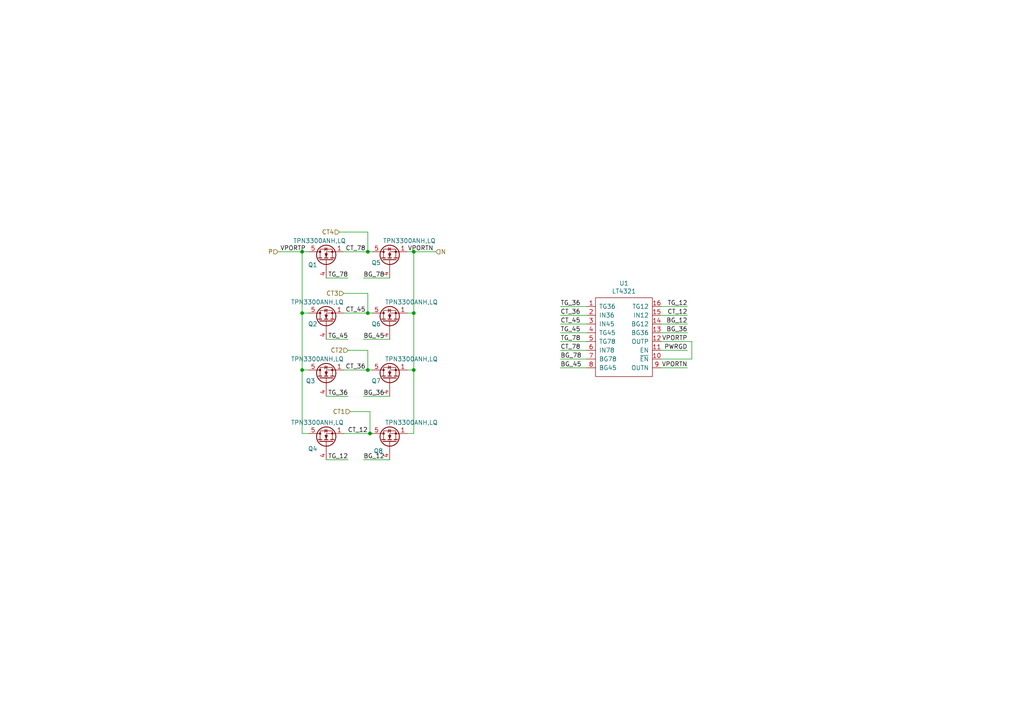
<source format=kicad_sch>
(kicad_sch (version 20211123) (generator eeschema)

  (uuid e9bb29b2-2bb9-4ea2-acd9-2bb3ca677a12)

  (paper "A4")

  (lib_symbols
    (symbol "Transistor_FET:PSMN5R2-60YL" (pin_names hide) (in_bom yes) (on_board yes)
      (property "Reference" "Q" (id 0) (at 6.35 2.54 0)
        (effects (font (size 1.27 1.27)))
      )
      (property "Value" "PSMN5R2-60YL" (id 1) (at 12.7 0 0)
        (effects (font (size 1.27 1.27)))
      )
      (property "Footprint" "Package_TO_SOT_SMD:LFPAK56" (id 2) (at 3.81 0 0)
        (effects (font (size 1.27 1.27)) hide)
      )
      (property "Datasheet" "https://assets.nexperia.com/documents/data-sheet/PSMN5R2-60YL.pdf" (id 3) (at 0 0 0)
        (effects (font (size 1.27 1.27)) hide)
      )
      (property "ki_keywords" "N-Channel MOSFET" (id 4) (at 0 0 0)
        (effects (font (size 1.27 1.27)) hide)
      )
      (property "ki_description" "100A, 60V Vds, N-Channel MOSFET, 5.2mOhm Ron, LFPAK56" (id 5) (at 0 0 0)
        (effects (font (size 1.27 1.27)) hide)
      )
      (property "ki_fp_filters" "LFPAK56*" (id 6) (at 0 0 0)
        (effects (font (size 1.27 1.27)) hide)
      )
      (symbol "PSMN5R2-60YL_0_1"
        (polyline
          (pts
            (xy 0.254 0)
            (xy -2.54 0)
          )
          (stroke (width 0) (type default) (color 0 0 0 0))
          (fill (type none))
        )
        (polyline
          (pts
            (xy 0.254 1.905)
            (xy 0.254 -1.905)
          )
          (stroke (width 0.254) (type default) (color 0 0 0 0))
          (fill (type none))
        )
        (polyline
          (pts
            (xy 0.762 -1.27)
            (xy 0.762 -2.286)
          )
          (stroke (width 0.254) (type default) (color 0 0 0 0))
          (fill (type none))
        )
        (polyline
          (pts
            (xy 0.762 0.508)
            (xy 0.762 -0.508)
          )
          (stroke (width 0.254) (type default) (color 0 0 0 0))
          (fill (type none))
        )
        (polyline
          (pts
            (xy 0.762 2.286)
            (xy 0.762 1.27)
          )
          (stroke (width 0.254) (type default) (color 0 0 0 0))
          (fill (type none))
        )
        (polyline
          (pts
            (xy 2.54 2.54)
            (xy 2.54 1.778)
          )
          (stroke (width 0) (type default) (color 0 0 0 0))
          (fill (type none))
        )
        (polyline
          (pts
            (xy 2.54 -2.54)
            (xy 2.54 0)
            (xy 0.762 0)
          )
          (stroke (width 0) (type default) (color 0 0 0 0))
          (fill (type none))
        )
        (polyline
          (pts
            (xy 0.762 -1.778)
            (xy 3.302 -1.778)
            (xy 3.302 1.778)
            (xy 0.762 1.778)
          )
          (stroke (width 0) (type default) (color 0 0 0 0))
          (fill (type none))
        )
        (polyline
          (pts
            (xy 1.016 0)
            (xy 2.032 0.381)
            (xy 2.032 -0.381)
            (xy 1.016 0)
          )
          (stroke (width 0) (type default) (color 0 0 0 0))
          (fill (type outline))
        )
        (polyline
          (pts
            (xy 2.794 0.508)
            (xy 2.921 0.381)
            (xy 3.683 0.381)
            (xy 3.81 0.254)
          )
          (stroke (width 0) (type default) (color 0 0 0 0))
          (fill (type none))
        )
        (polyline
          (pts
            (xy 3.302 0.381)
            (xy 2.921 -0.254)
            (xy 3.683 -0.254)
            (xy 3.302 0.381)
          )
          (stroke (width 0) (type default) (color 0 0 0 0))
          (fill (type none))
        )
        (circle (center 1.651 0) (radius 2.794)
          (stroke (width 0.254) (type default) (color 0 0 0 0))
          (fill (type none))
        )
        (circle (center 2.54 -1.778) (radius 0.254)
          (stroke (width 0) (type default) (color 0 0 0 0))
          (fill (type outline))
        )
        (circle (center 2.54 1.778) (radius 0.254)
          (stroke (width 0) (type default) (color 0 0 0 0))
          (fill (type outline))
        )
      )
      (symbol "PSMN5R2-60YL_1_1"
        (pin passive line (at 2.54 -5.08 90) (length 2.54)
          (name "S" (effects (font (size 1.27 1.27))))
          (number "1" (effects (font (size 1.27 1.27))))
        )
        (pin passive line (at 2.54 -5.08 90) (length 2.54) hide
          (name "S" (effects (font (size 1.27 1.27))))
          (number "2" (effects (font (size 1.27 1.27))))
        )
        (pin passive line (at 2.54 -5.08 90) (length 2.54) hide
          (name "S" (effects (font (size 1.27 1.27))))
          (number "3" (effects (font (size 1.27 1.27))))
        )
        (pin passive line (at -5.08 0 0) (length 2.54)
          (name "G" (effects (font (size 1.27 1.27))))
          (number "4" (effects (font (size 1.27 1.27))))
        )
        (pin passive line (at 2.54 5.08 270) (length 2.54)
          (name "D" (effects (font (size 1.27 1.27))))
          (number "5" (effects (font (size 1.27 1.27))))
        )
      )
    )
    (symbol "board-rescue:LT4321-Auto-Intern" (pin_names (offset 1.016)) (in_bom yes) (on_board yes)
      (property "Reference" "U" (id 0) (at -1.27 -12.7 0)
        (effects (font (size 1.27 1.27)))
      )
      (property "Value" "board-rescue_LT4321-Auto-Intern" (id 1) (at -1.27 -12.7 0)
        (effects (font (size 1.27 1.27)))
      )
      (property "Footprint" "digikey-footprints:WQFN-16-1EP_4x4mm" (id 2) (at -1.27 -12.7 0)
        (effects (font (size 1.27 1.27)) hide)
      )
      (property "Datasheet" "" (id 3) (at -1.27 -12.7 0)
        (effects (font (size 1.27 1.27)) hide)
      )
      (symbol "LT4321-Auto-Intern_0_1"
        (rectangle (start -8.89 11.43) (end 7.62 -11.43)
          (stroke (width 0) (type default) (color 0 0 0 0))
          (fill (type none))
        )
      )
      (symbol "LT4321-Auto-Intern_1_1"
        (pin output line (at -11.43 8.89 0) (length 2.54)
          (name "TG36" (effects (font (size 1.27 1.27))))
          (number "1" (effects (font (size 1.27 1.27))))
        )
        (pin input line (at 10.16 -6.35 180) (length 2.54)
          (name "~{EN}" (effects (font (size 1.27 1.27))))
          (number "10" (effects (font (size 1.27 1.27))))
        )
        (pin input line (at 10.16 -3.81 180) (length 2.54)
          (name "EN" (effects (font (size 1.27 1.27))))
          (number "11" (effects (font (size 1.27 1.27))))
        )
        (pin unspecified line (at 10.16 -1.27 180) (length 2.54)
          (name "OUTP" (effects (font (size 1.27 1.27))))
          (number "12" (effects (font (size 1.27 1.27))))
        )
        (pin output line (at 10.16 1.27 180) (length 2.54)
          (name "BG36" (effects (font (size 1.27 1.27))))
          (number "13" (effects (font (size 1.27 1.27))))
        )
        (pin output line (at 10.16 3.81 180) (length 2.54)
          (name "BG12" (effects (font (size 1.27 1.27))))
          (number "14" (effects (font (size 1.27 1.27))))
        )
        (pin input line (at 10.16 6.35 180) (length 2.54)
          (name "IN12" (effects (font (size 1.27 1.27))))
          (number "15" (effects (font (size 1.27 1.27))))
        )
        (pin output line (at 10.16 8.89 180) (length 2.54)
          (name "TG12" (effects (font (size 1.27 1.27))))
          (number "16" (effects (font (size 1.27 1.27))))
        )
        (pin unspecified line (at 10.16 -8.89 180) (length 2.54) hide
          (name "EP" (effects (font (size 1.27 1.27))))
          (number "17" (effects (font (size 1.27 1.27))))
        )
        (pin input line (at -11.43 6.35 0) (length 2.54)
          (name "IN36" (effects (font (size 1.27 1.27))))
          (number "2" (effects (font (size 1.27 1.27))))
        )
        (pin input line (at -11.43 3.81 0) (length 2.54)
          (name "IN45" (effects (font (size 1.27 1.27))))
          (number "3" (effects (font (size 1.27 1.27))))
        )
        (pin output line (at -11.43 1.27 0) (length 2.54)
          (name "TG45" (effects (font (size 1.27 1.27))))
          (number "4" (effects (font (size 1.27 1.27))))
        )
        (pin output line (at -11.43 -1.27 0) (length 2.54)
          (name "TG78" (effects (font (size 1.27 1.27))))
          (number "5" (effects (font (size 1.27 1.27))))
        )
        (pin input line (at -11.43 -3.81 0) (length 2.54)
          (name "IN78" (effects (font (size 1.27 1.27))))
          (number "6" (effects (font (size 1.27 1.27))))
        )
        (pin output line (at -11.43 -6.35 0) (length 2.54)
          (name "BG78" (effects (font (size 1.27 1.27))))
          (number "7" (effects (font (size 1.27 1.27))))
        )
        (pin output line (at -11.43 -8.89 0) (length 2.54)
          (name "BG45" (effects (font (size 1.27 1.27))))
          (number "8" (effects (font (size 1.27 1.27))))
        )
        (pin unspecified line (at 10.16 -8.89 180) (length 2.54)
          (name "OUTN" (effects (font (size 1.27 1.27))))
          (number "9" (effects (font (size 1.27 1.27))))
        )
      )
    )
  )

  (junction (at 87.63 107.315) (diameter 0) (color 0 0 0 0)
    (uuid 0f22151c-f260-4674-b486-4710a2c42a55)
  )
  (junction (at 106.68 73.025) (diameter 0) (color 0 0 0 0)
    (uuid 1f3003e6-dce5-420f-906b-3f1e92b67249)
  )
  (junction (at 87.63 73.025) (diameter 0) (color 0 0 0 0)
    (uuid 2d210a96-f81f-42a9-8bf4-1b43c11086f3)
  )
  (junction (at 120.015 90.805) (diameter 0) (color 0 0 0 0)
    (uuid 4c8eb964-bdf4-44de-90e9-e2ab82dd5313)
  )
  (junction (at 106.68 90.805) (diameter 0) (color 0 0 0 0)
    (uuid a15a7506-eae4-4933-84da-9ad754258706)
  )
  (junction (at 120.015 107.315) (diameter 0) (color 0 0 0 0)
    (uuid a1823eb2-fb0d-4ed8-8b96-04184ac3a9d5)
  )
  (junction (at 120.015 73.025) (diameter 0) (color 0 0 0 0)
    (uuid aa14c3bd-4acc-4908-9d28-228585a22a9d)
  )
  (junction (at 106.68 107.315) (diameter 0) (color 0 0 0 0)
    (uuid c25a772d-af9c-4ebc-96f6-0966738c13a8)
  )
  (junction (at 87.63 90.805) (diameter 0) (color 0 0 0 0)
    (uuid c41b3c8b-634e-435a-b582-96b83bbd4032)
  )
  (junction (at 107.315 125.73) (diameter 0) (color 0 0 0 0)
    (uuid c43663ee-9a0d-4f27-a292-89ba89964065)
  )

  (wire (pts (xy 120.015 90.805) (xy 118.11 90.805))
    (stroke (width 0) (type default) (color 0 0 0 0))
    (uuid 03c52831-5dc5-43c5-a442-8d23643b46fb)
  )
  (wire (pts (xy 106.68 67.31) (xy 106.68 73.025))
    (stroke (width 0) (type default) (color 0 0 0 0))
    (uuid 03caada9-9e22-4e2d-9035-b15433dfbb17)
  )
  (wire (pts (xy 120.015 125.73) (xy 120.015 107.315))
    (stroke (width 0) (type default) (color 0 0 0 0))
    (uuid 0b21a65d-d20b-411e-920a-75c343ac5136)
  )
  (wire (pts (xy 87.63 90.805) (xy 89.535 90.805))
    (stroke (width 0) (type default) (color 0 0 0 0))
    (uuid 0eaa98f0-9565-4637-ace3-42a5231b07f7)
  )
  (wire (pts (xy 100.965 98.425) (xy 94.615 98.425))
    (stroke (width 0) (type default) (color 0 0 0 0))
    (uuid 0f54db53-a272-4955-88fb-d7ab00657bb0)
  )
  (wire (pts (xy 106.68 73.025) (xy 107.95 73.025))
    (stroke (width 0) (type default) (color 0 0 0 0))
    (uuid 0ff508fd-18da-4ab7-9844-3c8a28c2587e)
  )
  (wire (pts (xy 191.77 93.98) (xy 199.39 93.98))
    (stroke (width 0) (type default) (color 0 0 0 0))
    (uuid 12422a89-3d0c-485c-9386-f77121fd68fd)
  )
  (wire (pts (xy 120.015 73.025) (xy 126.365 73.025))
    (stroke (width 0) (type default) (color 0 0 0 0))
    (uuid 13c0ff76-ed71-4cd9-abb0-92c376825d5d)
  )
  (wire (pts (xy 87.63 90.805) (xy 87.63 107.315))
    (stroke (width 0) (type default) (color 0 0 0 0))
    (uuid 181abe7a-f941-42b6-bd46-aaa3131f90fb)
  )
  (wire (pts (xy 87.63 125.73) (xy 89.535 125.73))
    (stroke (width 0) (type default) (color 0 0 0 0))
    (uuid 1831fb37-1c5d-42c4-b898-151be6fca9dc)
  )
  (wire (pts (xy 191.77 88.9) (xy 199.39 88.9))
    (stroke (width 0) (type default) (color 0 0 0 0))
    (uuid 1a6d2848-e78e-49fe-8978-e1890f07836f)
  )
  (wire (pts (xy 162.56 106.68) (xy 170.18 106.68))
    (stroke (width 0) (type default) (color 0 0 0 0))
    (uuid 1d9cdadc-9036-4a95-b6db-fa7b3b74c869)
  )
  (wire (pts (xy 100.965 101.6) (xy 106.68 101.6))
    (stroke (width 0) (type default) (color 0 0 0 0))
    (uuid 1e8701fc-ad24-40ea-846a-e3db538d6077)
  )
  (wire (pts (xy 120.015 90.805) (xy 120.015 73.025))
    (stroke (width 0) (type default) (color 0 0 0 0))
    (uuid 29e78086-2175-405e-9ba3-c48766d2f50c)
  )
  (wire (pts (xy 162.56 99.06) (xy 170.18 99.06))
    (stroke (width 0) (type default) (color 0 0 0 0))
    (uuid 2f215f15-3d52-4c91-93e6-3ea03a95622f)
  )
  (wire (pts (xy 120.015 107.315) (xy 118.11 107.315))
    (stroke (width 0) (type default) (color 0 0 0 0))
    (uuid 3cd1bda0-18db-417d-b581-a0c50623df68)
  )
  (wire (pts (xy 199.39 101.6) (xy 191.77 101.6))
    (stroke (width 0) (type default) (color 0 0 0 0))
    (uuid 40165eda-4ba6-4565-9bb4-b9df6dbb08da)
  )
  (wire (pts (xy 199.39 106.68) (xy 191.77 106.68))
    (stroke (width 0) (type default) (color 0 0 0 0))
    (uuid 45008225-f50f-4d6b-b508-6730a9408caf)
  )
  (wire (pts (xy 200.66 104.14) (xy 200.66 99.06))
    (stroke (width 0) (type default) (color 0 0 0 0))
    (uuid 4780a290-d25c-4459-9579-eba3f7678762)
  )
  (wire (pts (xy 162.56 93.98) (xy 170.18 93.98))
    (stroke (width 0) (type default) (color 0 0 0 0))
    (uuid 63ff1c93-3f96-4c33-b498-5dd8c33bccc0)
  )
  (wire (pts (xy 100.965 114.935) (xy 94.615 114.935))
    (stroke (width 0) (type default) (color 0 0 0 0))
    (uuid 6441b183-b8f2-458f-a23d-60e2b1f66dd6)
  )
  (wire (pts (xy 162.56 88.9) (xy 170.18 88.9))
    (stroke (width 0) (type default) (color 0 0 0 0))
    (uuid 6475547d-3216-45a4-a15c-48314f1dd0f9)
  )
  (wire (pts (xy 100.965 133.35) (xy 94.615 133.35))
    (stroke (width 0) (type default) (color 0 0 0 0))
    (uuid 66043bca-a260-4915-9fce-8a51d324c687)
  )
  (wire (pts (xy 99.695 125.73) (xy 107.315 125.73))
    (stroke (width 0) (type default) (color 0 0 0 0))
    (uuid 666713b0-70f4-42df-8761-f65bc212d03b)
  )
  (wire (pts (xy 87.63 73.025) (xy 87.63 90.805))
    (stroke (width 0) (type default) (color 0 0 0 0))
    (uuid 704d6d51-bb34-4cbf-83d8-841e208048d8)
  )
  (wire (pts (xy 99.695 107.315) (xy 106.68 107.315))
    (stroke (width 0) (type default) (color 0 0 0 0))
    (uuid 7aed3a71-054b-4aaa-9c0a-030523c32827)
  )
  (wire (pts (xy 105.41 133.35) (xy 113.03 133.35))
    (stroke (width 0) (type default) (color 0 0 0 0))
    (uuid 7bbf981c-a063-4e30-8911-e4228e1c0743)
  )
  (wire (pts (xy 191.77 91.44) (xy 199.39 91.44))
    (stroke (width 0) (type default) (color 0 0 0 0))
    (uuid 7d34f6b1-ab31-49be-b011-c67fe67a8a56)
  )
  (wire (pts (xy 99.695 73.025) (xy 106.68 73.025))
    (stroke (width 0) (type default) (color 0 0 0 0))
    (uuid 7dc880bc-e7eb-4cce-8d8c-0b65a9dd788e)
  )
  (wire (pts (xy 191.77 104.14) (xy 200.66 104.14))
    (stroke (width 0) (type default) (color 0 0 0 0))
    (uuid 7e023245-2c2b-4e2b-bfb9-5d35176e88f2)
  )
  (wire (pts (xy 89.535 73.025) (xy 87.63 73.025))
    (stroke (width 0) (type default) (color 0 0 0 0))
    (uuid 8174b4de-74b1-48db-ab8e-c8432251095b)
  )
  (wire (pts (xy 106.68 107.315) (xy 107.95 107.315))
    (stroke (width 0) (type default) (color 0 0 0 0))
    (uuid 8c514922-ffe1-4e37-a260-e807409f2e0d)
  )
  (wire (pts (xy 98.425 67.31) (xy 106.68 67.31))
    (stroke (width 0) (type default) (color 0 0 0 0))
    (uuid 8ca3e20d-bcc7-4c5e-9deb-562dfed9fecb)
  )
  (wire (pts (xy 191.77 96.52) (xy 199.39 96.52))
    (stroke (width 0) (type default) (color 0 0 0 0))
    (uuid 8e06ba1f-e3ba-4eb9-a10e-887dffd566d6)
  )
  (wire (pts (xy 99.695 90.805) (xy 106.68 90.805))
    (stroke (width 0) (type default) (color 0 0 0 0))
    (uuid 9157f4ae-0244-4ff1-9f73-3cb4cbb5f280)
  )
  (wire (pts (xy 87.63 107.315) (xy 87.63 125.73))
    (stroke (width 0) (type default) (color 0 0 0 0))
    (uuid 9340c285-5767-42d5-8b6d-63fe2a40ddf3)
  )
  (wire (pts (xy 120.015 73.025) (xy 118.11 73.025))
    (stroke (width 0) (type default) (color 0 0 0 0))
    (uuid 94a873dc-af67-4ef9-8159-1f7c93eeb3d7)
  )
  (wire (pts (xy 105.41 80.645) (xy 113.03 80.645))
    (stroke (width 0) (type default) (color 0 0 0 0))
    (uuid 97fe9c60-586f-4895-8504-4d3729f5f81a)
  )
  (wire (pts (xy 162.56 101.6) (xy 170.18 101.6))
    (stroke (width 0) (type default) (color 0 0 0 0))
    (uuid 9e1b837f-0d34-4a18-9644-9ee68f141f46)
  )
  (wire (pts (xy 107.315 119.38) (xy 107.315 125.73))
    (stroke (width 0) (type default) (color 0 0 0 0))
    (uuid aca4de92-9c41-4c2b-9afa-540d02dafa1c)
  )
  (wire (pts (xy 105.41 114.935) (xy 113.03 114.935))
    (stroke (width 0) (type default) (color 0 0 0 0))
    (uuid b5352a33-563a-4ffe-a231-2e68fb54afa3)
  )
  (wire (pts (xy 162.56 91.44) (xy 170.18 91.44))
    (stroke (width 0) (type default) (color 0 0 0 0))
    (uuid b88717bd-086f-46cd-9d3f-0396009d0996)
  )
  (wire (pts (xy 162.56 104.14) (xy 170.18 104.14))
    (stroke (width 0) (type default) (color 0 0 0 0))
    (uuid bd5408e4-362d-4e43-9d39-78fb99eb52c8)
  )
  (wire (pts (xy 100.965 80.645) (xy 94.615 80.645))
    (stroke (width 0) (type default) (color 0 0 0 0))
    (uuid bdc7face-9f7c-4701-80bb-4cc144448db1)
  )
  (wire (pts (xy 162.56 96.52) (xy 170.18 96.52))
    (stroke (width 0) (type default) (color 0 0 0 0))
    (uuid c0eca5ed-bc5e-4618-9bcd-80945bea41ed)
  )
  (wire (pts (xy 107.315 125.73) (xy 107.95 125.73))
    (stroke (width 0) (type default) (color 0 0 0 0))
    (uuid c830e3bc-dc64-4f65-8f47-3b106bae2807)
  )
  (wire (pts (xy 106.68 85.09) (xy 106.68 90.805))
    (stroke (width 0) (type default) (color 0 0 0 0))
    (uuid c8c79177-94d4-43e2-a654-f0a5554fbb68)
  )
  (wire (pts (xy 87.63 107.315) (xy 89.535 107.315))
    (stroke (width 0) (type default) (color 0 0 0 0))
    (uuid ce83728b-bebd-48c2-8734-b6a50d837931)
  )
  (wire (pts (xy 106.68 90.805) (xy 107.95 90.805))
    (stroke (width 0) (type default) (color 0 0 0 0))
    (uuid d3c11c8f-a73d-4211-934b-a6da255728ad)
  )
  (wire (pts (xy 105.41 98.425) (xy 113.03 98.425))
    (stroke (width 0) (type default) (color 0 0 0 0))
    (uuid d4a1d3c4-b315-4bec-9220-d12a9eab51e0)
  )
  (wire (pts (xy 106.68 101.6) (xy 106.68 107.315))
    (stroke (width 0) (type default) (color 0 0 0 0))
    (uuid d5641ac9-9be7-46bf-90b3-6c83d852b5ba)
  )
  (wire (pts (xy 120.015 107.315) (xy 120.015 90.805))
    (stroke (width 0) (type default) (color 0 0 0 0))
    (uuid d57dcfee-5058-4fc2-a68b-05f9a48f685b)
  )
  (wire (pts (xy 101.6 119.38) (xy 107.315 119.38))
    (stroke (width 0) (type default) (color 0 0 0 0))
    (uuid d7269d2a-b8c0-422d-8f25-f79ea31bf75e)
  )
  (wire (pts (xy 191.77 99.06) (xy 200.66 99.06))
    (stroke (width 0) (type default) (color 0 0 0 0))
    (uuid df68c26a-03b5-4466-aecf-ba34b7dce6b7)
  )
  (wire (pts (xy 99.695 85.09) (xy 106.68 85.09))
    (stroke (width 0) (type default) (color 0 0 0 0))
    (uuid e21aa84b-970e-47cf-b64f-3b55ee0e1b51)
  )
  (wire (pts (xy 118.11 125.73) (xy 120.015 125.73))
    (stroke (width 0) (type default) (color 0 0 0 0))
    (uuid fe8d9267-7834-48d6-a191-c8724b2ee78d)
  )
  (wire (pts (xy 80.645 73.025) (xy 87.63 73.025))
    (stroke (width 0) (type default) (color 0 0 0 0))
    (uuid ffd175d1-912a-4224-be1e-a8198680f46b)
  )

  (label "CT_12" (at 199.39 91.44 180)
    (effects (font (size 1.27 1.27)) (justify right bottom))
    (uuid 003c2200-0632-4808-a662-8ddd5d30c768)
  )
  (label "TG_45" (at 162.56 96.52 0)
    (effects (font (size 1.27 1.27)) (justify left bottom))
    (uuid 0217dfc4-fc13-4699-99ad-d9948522648e)
  )
  (label "CT_36" (at 106.045 107.315 180)
    (effects (font (size 1.27 1.27)) (justify right bottom))
    (uuid 1a1ab354-5f85-45f9-938c-9f6c4c8c3ea2)
  )
  (label "TG_78" (at 100.965 80.645 180)
    (effects (font (size 1.27 1.27)) (justify right bottom))
    (uuid 1bf544e3-5940-4576-9291-2464e95c0ee2)
  )
  (label "BG_12" (at 199.39 93.98 180)
    (effects (font (size 1.27 1.27)) (justify right bottom))
    (uuid 24f7628d-681d-4f0e-8409-40a129e929d9)
  )
  (label "BG_12" (at 105.41 133.35 0)
    (effects (font (size 1.27 1.27)) (justify left bottom))
    (uuid 2d6db888-4e40-41c8-b701-07170fc894bc)
  )
  (label "BG_36" (at 105.41 114.935 0)
    (effects (font (size 1.27 1.27)) (justify left bottom))
    (uuid 31e08896-1992-4725-96d9-9d2728bca7a3)
  )
  (label "TG_12" (at 199.39 88.9 180)
    (effects (font (size 1.27 1.27)) (justify right bottom))
    (uuid 3a7648d8-121a-4921-9b92-9b35b76ce39b)
  )
  (label "BG_78" (at 105.41 80.645 0)
    (effects (font (size 1.27 1.27)) (justify left bottom))
    (uuid 3aaee4c4-dbf7-49a5-a620-9465d8cc3ae7)
  )
  (label "BG_36" (at 199.39 96.52 180)
    (effects (font (size 1.27 1.27)) (justify right bottom))
    (uuid 3e903008-0276-4a73-8edb-5d9dfde6297c)
  )
  (label "CT_45" (at 106.045 90.805 180)
    (effects (font (size 1.27 1.27)) (justify right bottom))
    (uuid 42713045-fffd-4b2d-ae1e-7232d705fb12)
  )
  (label "TG_78" (at 162.56 99.06 0)
    (effects (font (size 1.27 1.27)) (justify left bottom))
    (uuid 61fe293f-6808-4b7f-9340-9aaac7054a97)
  )
  (label "BG_45" (at 162.56 106.68 0)
    (effects (font (size 1.27 1.27)) (justify left bottom))
    (uuid 6bfe5804-2ef9-4c65-b2a7-f01e4014370a)
  )
  (label "CT_12" (at 106.68 125.73 180)
    (effects (font (size 1.27 1.27)) (justify right bottom))
    (uuid 6c2e273e-743c-4f1e-a647-4171f8122550)
  )
  (label "TG_36" (at 162.56 88.9 0)
    (effects (font (size 1.27 1.27)) (justify left bottom))
    (uuid 75ffc65c-7132-4411-9f2a-ae0c73d79338)
  )
  (label "BG_45" (at 105.41 98.425 0)
    (effects (font (size 1.27 1.27)) (justify left bottom))
    (uuid 80094b70-85ab-4ff6-934b-60d5ee65023a)
  )
  (label "TG_12" (at 100.965 133.35 180)
    (effects (font (size 1.27 1.27)) (justify right bottom))
    (uuid 852dabbf-de45-4470-8176-59d37a754407)
  )
  (label "VPORTN" (at 199.39 106.68 180)
    (effects (font (size 1.27 1.27)) (justify right bottom))
    (uuid 8c6a821f-8e19-48f3-8f44-9b340f7689bc)
  )
  (label "BG_78" (at 162.56 104.14 0)
    (effects (font (size 1.27 1.27)) (justify left bottom))
    (uuid 8da933a9-35f8-42e6-8504-d1bab7264306)
  )
  (label "TG_45" (at 100.965 98.425 180)
    (effects (font (size 1.27 1.27)) (justify right bottom))
    (uuid 922058ca-d09a-45fd-8394-05f3e2c1e03a)
  )
  (label "CT_45" (at 162.56 93.98 0)
    (effects (font (size 1.27 1.27)) (justify left bottom))
    (uuid 9b0a1687-7e1b-4a04-a30b-c27a072a2949)
  )
  (label "VPORTN" (at 125.73 73.025 180)
    (effects (font (size 1.27 1.27)) (justify right bottom))
    (uuid 9bb20359-0f8b-45bc-9d38-6626ed3a939d)
  )
  (label "VPORTP" (at 199.39 99.06 180)
    (effects (font (size 1.27 1.27)) (justify right bottom))
    (uuid a544eb0a-75db-4baf-bf54-9ca21744343b)
  )
  (label "PWRGD" (at 199.39 101.6 180)
    (effects (font (size 1.27 1.27)) (justify right bottom))
    (uuid babeabf2-f3b0-4ed5-8d9e-0215947e6cf3)
  )
  (label "TG_36" (at 100.965 114.935 180)
    (effects (font (size 1.27 1.27)) (justify right bottom))
    (uuid bfc0aadc-38cf-466e-a642-68fdc3138c78)
  )
  (label "CT_78" (at 162.56 101.6 0)
    (effects (font (size 1.27 1.27)) (justify left bottom))
    (uuid c01d25cd-f4bb-4ef3-b5ea-533a2a4ddb2b)
  )
  (label "CT_78" (at 106.045 73.025 180)
    (effects (font (size 1.27 1.27)) (justify right bottom))
    (uuid c0515cd2-cdaa-467e-8354-0f6eadfa35c9)
  )
  (label "VPORTP" (at 81.28 73.025 0)
    (effects (font (size 1.27 1.27)) (justify left bottom))
    (uuid e857610b-4434-4144-b04e-43c1ebdc5ceb)
  )
  (label "CT_36" (at 162.56 91.44 0)
    (effects (font (size 1.27 1.27)) (justify left bottom))
    (uuid ee27d19c-8dca-4ac8-a760-6dfd54d28071)
  )

  (hierarchical_label "CT2" (shape input) (at 100.965 101.6 180)
    (effects (font (size 1.27 1.27)) (justify right))
    (uuid 25d545dc-8f50-4573-922c-35ef5a2a3a19)
  )
  (hierarchical_label "P" (shape input) (at 80.645 73.025 180)
    (effects (font (size 1.27 1.27)) (justify right))
    (uuid 378af8b4-af3d-46e7-89ae-deff12ca9067)
  )
  (hierarchical_label "CT3" (shape input) (at 99.695 85.09 180)
    (effects (font (size 1.27 1.27)) (justify right))
    (uuid 40976bf0-19de-460f-ad64-224d4f51e16b)
  )
  (hierarchical_label "CT4" (shape input) (at 98.425 67.31 180)
    (effects (font (size 1.27 1.27)) (justify right))
    (uuid 639c0e59-e95c-4114-bccd-2e7277505454)
  )
  (hierarchical_label "N" (shape input) (at 126.365 73.025 0)
    (effects (font (size 1.27 1.27)) (justify left))
    (uuid a27eb049-c992-4f11-a026-1e6a8d9d0160)
  )
  (hierarchical_label "CT1" (shape input) (at 101.6 119.38 180)
    (effects (font (size 1.27 1.27)) (justify right))
    (uuid e8c50f1b-c316-4110-9cce-5c24c65a1eaa)
  )

  (symbol (lib_id "Transistor_FET:PSMN5R2-60YL") (at 113.03 128.27 90)
    (in_bom yes) (on_board yes)
    (uuid 00000000-0000-0000-0000-0000603230ee)
    (property "Reference" "Q8" (id 0) (at 111.125 130.81 90)
      (effects (font (size 1.27 1.27)) (justify left))
    )
    (property "Value" "TPN3300ANH,LQ" (id 1) (at 127 122.555 90)
      (effects (font (size 1.27 1.27)) (justify left))
    )
    (property "Footprint" "Package_TO_SOT_SMD:LFPAK33" (id 2) (at 113.03 124.46 0)
      (effects (font (size 1.27 1.27)) hide)
    )
    (property "Datasheet" "" (id 3) (at 113.03 128.27 0)
      (effects (font (size 1.27 1.27)) hide)
    )
    (property "MPN" "TPN3300ANH,LQ" (id 4) (at 113.03 128.27 0)
      (effects (font (size 1.27 1.27)) hide)
    )
    (pin "1" (uuid ff8c2871-7c9b-4de3-baec-30db09fd1a6f))
    (pin "2" (uuid ae93933d-bd7e-4401-b9d9-e5d7ebc1523c))
    (pin "3" (uuid 9e8cf55f-aa42-463b-a91a-de04527fe165))
    (pin "4" (uuid 9d6f01bf-507b-4b70-82a7-182a04da9e3f))
    (pin "5" (uuid 7e881b05-98b1-4290-99fa-d895271485f2))
  )

  (symbol (lib_id "Transistor_FET:PSMN5R2-60YL") (at 94.615 128.27 90)
    (in_bom yes) (on_board yes)
    (uuid 00000000-0000-0000-0000-0000603230f5)
    (property "Reference" "Q4" (id 0) (at 92.075 130.175 90)
      (effects (font (size 1.27 1.27)) (justify left))
    )
    (property "Value" "TPN3300ANH,LQ" (id 1) (at 99.695 122.555 90)
      (effects (font (size 1.27 1.27)) (justify left))
    )
    (property "Footprint" "Package_TO_SOT_SMD:LFPAK33" (id 2) (at 94.615 124.46 0)
      (effects (font (size 1.27 1.27)) hide)
    )
    (property "Datasheet" "" (id 3) (at 94.615 128.27 0)
      (effects (font (size 1.27 1.27)) hide)
    )
    (property "MPN" "TPN3300ANH,LQ" (id 4) (at 94.615 128.27 0)
      (effects (font (size 1.27 1.27)) hide)
    )
    (pin "1" (uuid 23b8c23a-2853-40c3-a53a-30fd914fa018))
    (pin "2" (uuid 117f6fce-4f6e-4649-a84d-010b44e16fb7))
    (pin "3" (uuid ec99da8a-ed80-4172-9b0e-c3433a0641fd))
    (pin "4" (uuid 3c6e5582-ed52-4848-b93d-0595f2132de1))
    (pin "5" (uuid 2362ab0b-f0e6-45cd-ae55-35e0b04223a0))
  )

  (symbol (lib_id "Transistor_FET:PSMN5R2-60YL") (at 113.03 109.855 90)
    (in_bom yes) (on_board yes)
    (uuid 00000000-0000-0000-0000-0000603230fc)
    (property "Reference" "Q7" (id 0) (at 110.49 110.49 90)
      (effects (font (size 1.27 1.27)) (justify left))
    )
    (property "Value" "TPN3300ANH,LQ" (id 1) (at 127 104.14 90)
      (effects (font (size 1.27 1.27)) (justify left))
    )
    (property "Footprint" "Package_TO_SOT_SMD:LFPAK33" (id 2) (at 113.03 106.045 0)
      (effects (font (size 1.27 1.27)) hide)
    )
    (property "Datasheet" "" (id 3) (at 113.03 109.855 0)
      (effects (font (size 1.27 1.27)) hide)
    )
    (property "MPN" "TPN3300ANH,LQ" (id 4) (at 113.03 109.855 0)
      (effects (font (size 1.27 1.27)) hide)
    )
    (pin "1" (uuid b68fb755-a6f4-4cdc-81fa-00c58dff8c81))
    (pin "2" (uuid a84167a5-3fcc-45b7-9498-b172a3729496))
    (pin "3" (uuid 94b6b5f0-f01b-4ffa-a5fa-84fa522d0ba9))
    (pin "4" (uuid da90ff7d-1c83-49a0-ab85-12713556e74c))
    (pin "5" (uuid 983433cc-102b-4b43-a9ae-d81e4e410214))
  )

  (symbol (lib_id "Transistor_FET:PSMN5R2-60YL") (at 94.615 109.855 90)
    (in_bom yes) (on_board yes)
    (uuid 00000000-0000-0000-0000-000060323103)
    (property "Reference" "Q3" (id 0) (at 91.44 110.49 90)
      (effects (font (size 1.27 1.27)) (justify left))
    )
    (property "Value" "TPN3300ANH,LQ" (id 1) (at 99.695 104.14 90)
      (effects (font (size 1.27 1.27)) (justify left))
    )
    (property "Footprint" "Package_TO_SOT_SMD:LFPAK33" (id 2) (at 94.615 106.045 0)
      (effects (font (size 1.27 1.27)) hide)
    )
    (property "Datasheet" "" (id 3) (at 94.615 109.855 0)
      (effects (font (size 1.27 1.27)) hide)
    )
    (property "MPN" "TPN3300ANH,LQ" (id 4) (at 94.615 109.855 0)
      (effects (font (size 1.27 1.27)) hide)
    )
    (pin "1" (uuid ba7b530d-9be0-4def-8454-8e16aafbce41))
    (pin "2" (uuid c02f163d-7ad2-44f1-a24d-9a554c371384))
    (pin "3" (uuid c6a9b2da-bd30-4983-ad00-dc03e640a581))
    (pin "4" (uuid a4ad2a42-7fbf-4229-aa42-a4b8c66f5d7d))
    (pin "5" (uuid d32aa816-7aa3-40fe-b15e-acdc5bba6dc2))
  )

  (symbol (lib_id "Transistor_FET:PSMN5R2-60YL") (at 113.03 93.345 90)
    (in_bom yes) (on_board yes)
    (uuid 00000000-0000-0000-0000-00006032310a)
    (property "Reference" "Q6" (id 0) (at 110.49 93.98 90)
      (effects (font (size 1.27 1.27)) (justify left))
    )
    (property "Value" "TPN3300ANH,LQ" (id 1) (at 127 87.63 90)
      (effects (font (size 1.27 1.27)) (justify left))
    )
    (property "Footprint" "Package_TO_SOT_SMD:LFPAK33" (id 2) (at 113.03 89.535 0)
      (effects (font (size 1.27 1.27)) hide)
    )
    (property "Datasheet" "" (id 3) (at 113.03 93.345 0)
      (effects (font (size 1.27 1.27)) hide)
    )
    (property "MPN" "TPN3300ANH,LQ" (id 4) (at 113.03 93.345 0)
      (effects (font (size 1.27 1.27)) hide)
    )
    (pin "1" (uuid 05a14597-8155-4f2f-a215-de004c39f54d))
    (pin "2" (uuid ba684d7c-206a-4c98-b824-40bb57bcd818))
    (pin "3" (uuid 05f67689-b87d-4a73-ba19-8cfc59729f07))
    (pin "4" (uuid bbb56580-aa81-45cb-b1b7-ba0c984ed065))
    (pin "5" (uuid b146471c-fbe5-47f5-9d13-b2781f1eec8e))
  )

  (symbol (lib_id "Transistor_FET:PSMN5R2-60YL") (at 94.615 93.345 90)
    (in_bom yes) (on_board yes)
    (uuid 00000000-0000-0000-0000-000060323111)
    (property "Reference" "Q2" (id 0) (at 92.075 93.98 90)
      (effects (font (size 1.27 1.27)) (justify left))
    )
    (property "Value" "TPN3300ANH,LQ" (id 1) (at 99.695 87.63 90)
      (effects (font (size 1.27 1.27)) (justify left))
    )
    (property "Footprint" "Package_TO_SOT_SMD:LFPAK33" (id 2) (at 94.615 89.535 0)
      (effects (font (size 1.27 1.27)) hide)
    )
    (property "Datasheet" "" (id 3) (at 94.615 93.345 0)
      (effects (font (size 1.27 1.27)) hide)
    )
    (property "MPN" "TPN3300ANH,LQ" (id 4) (at 94.615 93.345 0)
      (effects (font (size 1.27 1.27)) hide)
    )
    (pin "1" (uuid 119cd2ee-6025-406f-acfc-adcac3592135))
    (pin "2" (uuid aede887e-5713-4410-b301-8003185f738f))
    (pin "3" (uuid 0ebc7e3d-c040-4c6e-aaf8-1870c68a4ff3))
    (pin "4" (uuid 5d8b52e3-6cf3-4957-a7be-c8e9a1edb540))
    (pin "5" (uuid 9ceea79f-ef80-4e41-a251-1e78376f0a53))
  )

  (symbol (lib_id "Transistor_FET:PSMN5R2-60YL") (at 113.03 75.565 90)
    (in_bom yes) (on_board yes)
    (uuid 00000000-0000-0000-0000-000060323118)
    (property "Reference" "Q5" (id 0) (at 110.49 76.2 90)
      (effects (font (size 1.27 1.27)) (justify left))
    )
    (property "Value" "TPN3300ANH,LQ" (id 1) (at 126.365 69.85 90)
      (effects (font (size 1.27 1.27)) (justify left))
    )
    (property "Footprint" "Package_TO_SOT_SMD:LFPAK33" (id 2) (at 113.03 71.755 0)
      (effects (font (size 1.27 1.27)) hide)
    )
    (property "Datasheet" "" (id 3) (at 113.03 75.565 0)
      (effects (font (size 1.27 1.27)) hide)
    )
    (property "MPN" "TPN3300ANH,LQ" (id 4) (at 113.03 75.565 0)
      (effects (font (size 1.27 1.27)) hide)
    )
    (pin "1" (uuid 88a77af6-5cc0-4264-b177-412fab1f38d2))
    (pin "2" (uuid 4605c20a-6c32-4ba9-9d98-157265e5d2d4))
    (pin "3" (uuid 56504f65-96d9-4604-a878-5df8bedb6653))
    (pin "4" (uuid f0975aab-9018-4c2c-83a3-ecbae5bfb12a))
    (pin "5" (uuid ab4e121c-071f-4432-a221-b67e64d6ff8d))
  )

  (symbol (lib_id "Transistor_FET:PSMN5R2-60YL") (at 94.615 75.565 90)
    (in_bom yes) (on_board yes)
    (uuid 00000000-0000-0000-0000-00006032311f)
    (property "Reference" "Q1" (id 0) (at 92.075 76.835 90)
      (effects (font (size 1.27 1.27)) (justify left))
    )
    (property "Value" "TPN3300ANH,LQ" (id 1) (at 100.33 69.85 90)
      (effects (font (size 1.27 1.27)) (justify left))
    )
    (property "Footprint" "Package_TO_SOT_SMD:LFPAK33" (id 2) (at 94.615 71.755 0)
      (effects (font (size 1.27 1.27)) hide)
    )
    (property "Datasheet" "" (id 3) (at 94.615 75.565 0)
      (effects (font (size 1.27 1.27)) hide)
    )
    (property "MPN" "TPN3300ANH,LQ" (id 4) (at 94.615 75.565 0)
      (effects (font (size 1.27 1.27)) hide)
    )
    (pin "1" (uuid c1815e63-5999-4d25-8dc0-c63ae372e426))
    (pin "2" (uuid 4bee3b93-9a25-4a62-bc3b-7a216b6aba9d))
    (pin "3" (uuid d868ec48-42f4-4608-baef-8e135bf87a69))
    (pin "4" (uuid 8ef8ab63-d78b-49e0-89aa-d7de17fdbe74))
    (pin "5" (uuid 7b669a9c-8885-4737-8192-e35d45fe2c93))
  )

  (symbol (lib_id "board-rescue:LT4321-Auto-Intern") (at 181.61 97.79 0)
    (in_bom yes) (on_board yes)
    (uuid 00000000-0000-0000-0000-000060323155)
    (property "Reference" "U1" (id 0) (at 180.975 82.169 0))
    (property "Value" "LT4321" (id 1) (at 180.975 84.4804 0))
    (property "Footprint" "Package_DFN_QFN:WQFN-16-1EP_4x4mm_P0.5mm_EP2.6x2.6mm" (id 2) (at 180.34 110.49 0)
      (effects (font (size 1.27 1.27)) hide)
    )
    (property "Datasheet" "http://www.linear.com/docs/43964" (id 3) (at 180.34 110.49 0)
      (effects (font (size 1.27 1.27)) hide)
    )
    (property "Digi-Key_PN" "LT4321IUF#PBF-ND" (id 4) (at 181.61 97.79 0)
      (effects (font (size 1.27 1.27)) hide)
    )
    (property "MPN" "LT4321IUF#PBF" (id 5) (at 181.61 97.79 0)
      (effects (font (size 1.27 1.27)) hide)
    )
    (pin "1" (uuid 35519fd5-08ff-4fab-91c9-037e2a0c1c90))
    (pin "10" (uuid e1bb8278-8661-48b3-8c4a-2e2543ea53b5))
    (pin "11" (uuid da9cac19-080a-44fc-94cf-8e4d6da93cd3))
    (pin "12" (uuid 8ba9c3fb-46f6-4875-a664-e313ccfeba0c))
    (pin "13" (uuid f8933443-3eda-49a4-a3dd-e25c75852b5a))
    (pin "14" (uuid 9e19b2a4-ed99-43e2-8f47-aa18bac2b22e))
    (pin "15" (uuid 04b75106-8d7d-48e6-ae2b-ca4f98924cb4))
    (pin "16" (uuid 76d746f4-3f58-4c51-b2a3-c1e775832b8f))
    (pin "17" (uuid f03478ba-f8e8-4ce7-a1fa-dca7b15de97a))
    (pin "2" (uuid 7b48c09d-366d-471a-ab6a-af36bac922ac))
    (pin "3" (uuid a2512eb5-1205-4c98-854b-ff2f58d6be51))
    (pin "4" (uuid 2b23d0e4-c3a2-4f0d-9455-e00e556f6b81))
    (pin "5" (uuid 5830b252-f9bf-4c02-87b8-7eda50f7a6a1))
    (pin "6" (uuid bbe51e1f-e697-4c04-8bf9-02c0c3c6731e))
    (pin "7" (uuid 3cbf0079-fd32-4253-a192-734de2b6823b))
    (pin "8" (uuid 14c9319a-850d-4254-aa4f-5f36c5dcf324))
    (pin "9" (uuid 74a11fb2-4d5c-4874-ac13-c84be9c8bd99))
  )
)

</source>
